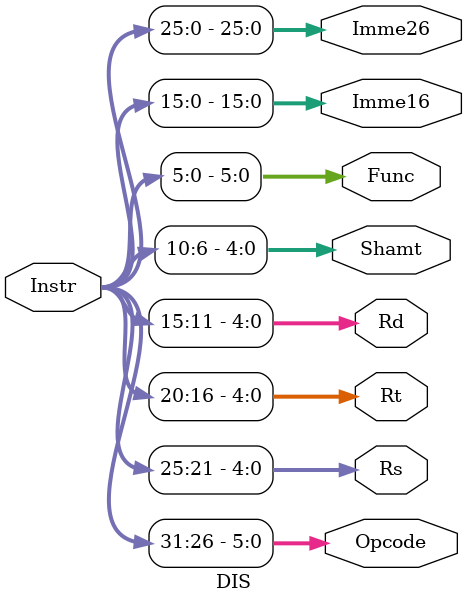
<source format=v>
`timescale 1ns / 1ps
module DIS(
	input [31:0] Instr,
	output [5:0] Opcode,
	output [4:0] Rs, 
	output [4:0] Rt,
	output [4:0] Rd,
	output [4:0] Shamt,
	output [5:0] Func,
	output [15:0] Imme16,
	output [25:0] Imme26
    );

	assign Opcode = {Instr[31:26]};
	assign Rs = {Instr[25:21]};
	 assign Rt = {Instr[20:16]};
	 assign Rd = {Instr[15:11]};
	 assign Shamt = {Instr[10:6]};
	 assign Func = {Instr[5:0]};
	 assign Imme16 = {Instr[15:0]};
	 assign Imme26 = {Instr[25:0]};

endmodule

</source>
